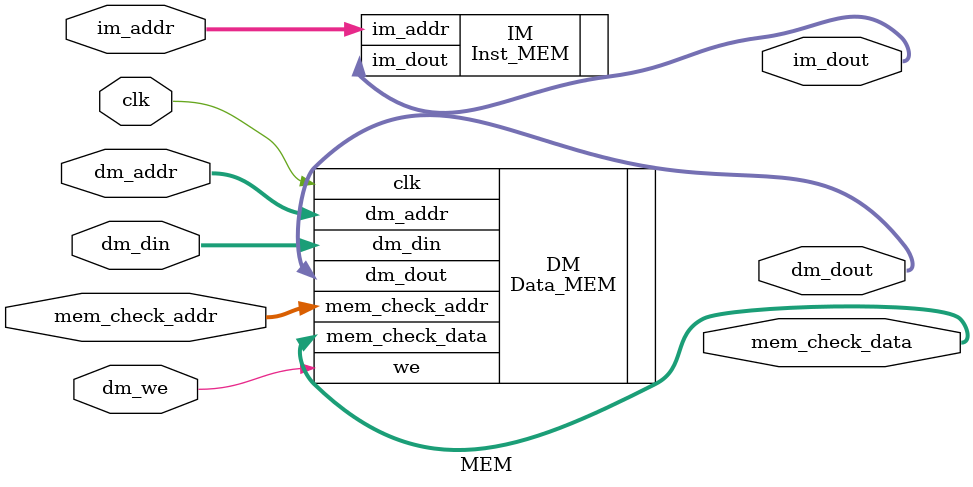
<source format=v>
module MEM(
    input clk,

    // MEM Data BUS with CPU
	// IM port
    input [31:0] im_addr,
    output [31:0] im_dout,
	
	// DM port
    input  [31:0] dm_addr,
    input dm_we,
    input  [31:0] dm_din,
    output [31:0] dm_dout,

    // MEM Debug BUS
    input [31:0] mem_check_addr,
    output [31:0] mem_check_data
);
   
   Inst_MEM IM(
    .im_addr(im_addr),
    .im_dout(im_dout)
   );

   Data_MEM DM(
    .clk(clk),
    .we(dm_we),
    
    .dm_addr(dm_addr),
    .dm_din(dm_din),
    .dm_dout(dm_dout),

    .mem_check_addr(mem_check_addr),
    .mem_check_data(mem_check_data)
   );

endmodule
</source>
